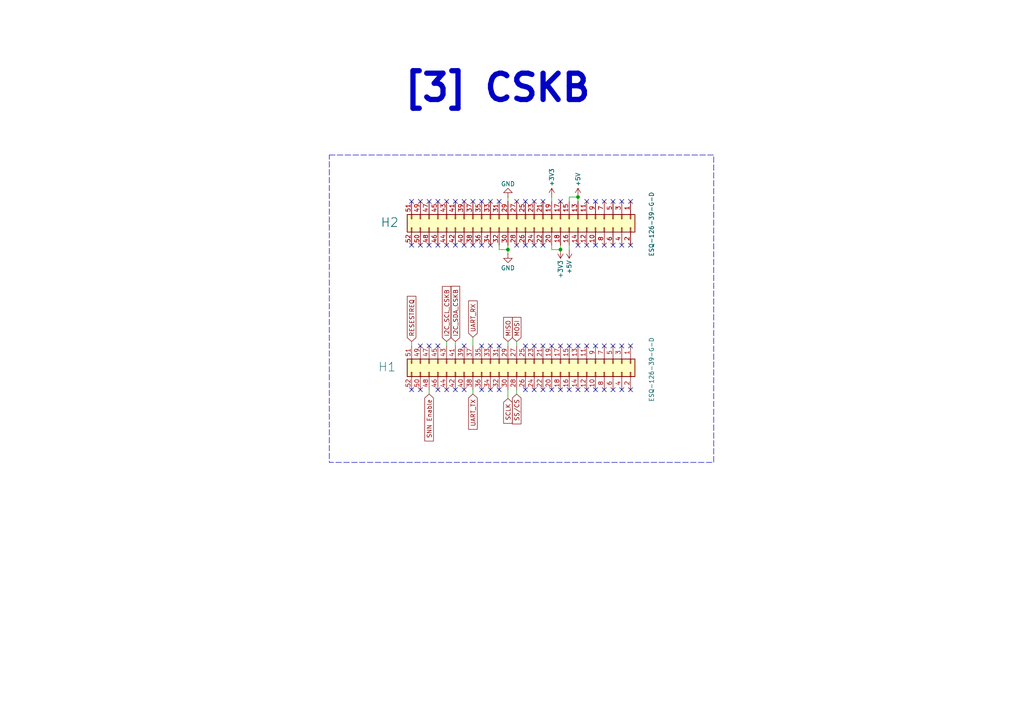
<source format=kicad_sch>
(kicad_sch (version 20250114) (generator "eeschema") (generator_version "9.0")
  (paper "A4")
  (lib_symbols
    (symbol "Connector_Generic:Conn_02x26_Odd_Even" (pin_names (offset 1.016) (hide yes))
      (property "Reference" "J" (at 1.27 33.02 0))
      (property "Value" "Conn_02x26_Odd_Even" (at 1.27 -35.56 0))
      (symbol "Conn_02x26_Odd_Even_1_1"
        (rectangle (start -1.27 31.75) (end 3.81 -34.29) (stroke (width 0.254)) (fill (type background)))
        (rectangle (start -1.27 30.607) (end 0 30.353) (stroke (width 0.1524)))
        (rectangle (start -1.27 28.067) (end 0 27.813) (stroke (width 0.1524)))
        (rectangle (start -1.27 25.527) (end 0 25.273) (stroke (width 0.1524)))
        (rectangle (start -1.27 22.987) (end 0 22.733) (stroke (width 0.1524)))
        (rectangle (start -1.27 20.447) (end 0 20.193) (stroke (width 0.1524)))
        (rectangle (start -1.27 17.907) (end 0 17.653) (stroke (width 0.1524)))
        (rectangle (start -1.27 15.367) (end 0 15.113) (stroke (width 0.1524)))
        (rectangle (start -1.27 12.827) (end 0 12.573) (stroke (width 0.1524)))
        (rectangle (start -1.27 10.287) (end 0 10.033) (stroke (width 0.1524)))
        (rectangle (start -1.27 7.747) (end 0 7.493) (stroke (width 0.1524)))
        (rectangle (start -1.27 5.207) (end 0 4.953) (stroke (width 0.1524)))
        (rectangle (start -1.27 2.667) (end 0 2.413) (stroke (width 0.1524)))
        (rectangle (start -1.27 0.127) (end 0 -0.127) (stroke (width 0.1524)))
        (rectangle (start -1.27 -2.413) (end 0 -2.667) (stroke (width 0.1524)))
        (rectangle (start -1.27 -4.953) (end 0 -5.207) (stroke (width 0.1524)))
        (rectangle (start -1.27 -7.493) (end 0 -7.747) (stroke (width 0.1524)))
        (rectangle (start -1.27 -10.033) (end 0 -10.287) (stroke (width 0.1524)))
        (rectangle (start -1.27 -12.573) (end 0 -12.827) (stroke (width 0.1524)))
        (rectangle (start -1.27 -15.113) (end 0 -15.367) (stroke (width 0.1524)))
        (rectangle (start -1.27 -17.653) (end 0 -17.907) (stroke (width 0.1524)))
        (rectangle (start -1.27 -20.193) (end 0 -20.447) (stroke (width 0.1524)))
        (rectangle (start -1.27 -22.733) (end 0 -22.987) (stroke (width 0.1524)))
        (rectangle (start -1.27 -25.273) (end 0 -25.527) (stroke (width 0.1524)))
        (rectangle (start -1.27 -27.813) (end 0 -28.067) (stroke (width 0.1524)))
        (rectangle (start -1.27 -30.353) (end 0 -30.607) (stroke (width 0.1524)))
        (rectangle (start -1.27 -32.893) (end 0 -33.147) (stroke (width 0.1524)))
        (rectangle (start 3.81 30.607) (end 2.54 30.353) (stroke (width 0.1524)))
        (rectangle (start 3.81 28.067) (end 2.54 27.813) (stroke (width 0.1524)))
        (rectangle (start 3.81 25.527) (end 2.54 25.273) (stroke (width 0.1524)))
        (rectangle (start 3.81 22.987) (end 2.54 22.733) (stroke (width 0.1524)))
        (rectangle (start 3.81 20.447) (end 2.54 20.193) (stroke (width 0.1524)))
        (rectangle (start 3.81 17.907) (end 2.54 17.653) (stroke (width 0.1524)))
        (rectangle (start 3.81 15.367) (end 2.54 15.113) (stroke (width 0.1524)))
        (rectangle (start 3.81 12.827) (end 2.54 12.573) (stroke (width 0.1524)))
        (rectangle (start 3.81 10.287) (end 2.54 10.033) (stroke (width 0.1524)))
        (rectangle (start 3.81 7.747) (end 2.54 7.493) (stroke (width 0.1524)))
        (rectangle (start 3.81 5.207) (end 2.54 4.953) (stroke (width 0.1524)))
        (rectangle (start 3.81 2.667) (end 2.54 2.413) (stroke (width 0.1524)))
        (rectangle (start 3.81 0.127) (end 2.54 -0.127) (stroke (width 0.1524)))
        (rectangle (start 3.81 -2.413) (end 2.54 -2.667) (stroke (width 0.1524)))
        (rectangle (start 3.81 -4.953) (end 2.54 -5.207) (stroke (width 0.1524)))
        (rectangle (start 3.81 -7.493) (end 2.54 -7.747) (stroke (width 0.1524)))
        (rectangle (start 3.81 -10.033) (end 2.54 -10.287) (stroke (width 0.1524)))
        (rectangle (start 3.81 -12.573) (end 2.54 -12.827) (stroke (width 0.1524)))
        (rectangle (start 3.81 -15.113) (end 2.54 -15.367) (stroke (width 0.1524)))
        (rectangle (start 3.81 -17.653) (end 2.54 -17.907) (stroke (width 0.1524)))
        (rectangle (start 3.81 -20.193) (end 2.54 -20.447) (stroke (width 0.1524)))
        (rectangle (start 3.81 -22.733) (end 2.54 -22.987) (stroke (width 0.1524)))
        (rectangle (start 3.81 -25.273) (end 2.54 -25.527) (stroke (width 0.1524)))
        (rectangle (start 3.81 -27.813) (end 2.54 -28.067) (stroke (width 0.1524)))
        (rectangle (start 3.81 -30.353) (end 2.54 -30.607) (stroke (width 0.1524)))
        (rectangle (start 3.81 -32.893) (end 2.54 -33.147) (stroke (width 0.1524)))
        (pin passive line (at -5.08 30.48 0) (length 3.81) (name "Pin_1") (number "1"))
        (pin passive line (at -5.08 27.94 0) (length 3.81) (name "Pin_3") (number "3"))
        (pin passive line (at -5.08 25.4 0) (length 3.81) (name "Pin_5") (number "5"))
        (pin passive line (at -5.08 22.86 0) (length 3.81) (name "Pin_7") (number "7"))
        (pin passive line (at -5.08 20.32 0) (length 3.81) (name "Pin_9") (number "9"))
        (pin passive line (at -5.08 17.78 0) (length 3.81) (name "Pin_11") (number "11"))
        (pin passive line (at -5.08 15.24 0) (length 3.81) (name "Pin_13") (number "13"))
        (pin passive line (at -5.08 12.7 0) (length 3.81) (name "Pin_15") (number "15"))
        (pin passive line (at -5.08 10.16 0) (length 3.81) (name "Pin_17") (number "17"))
        (pin passive line (at -5.08 7.62 0) (length 3.81) (name "Pin_19") (number "19"))
        (pin passive line (at -5.08 5.08 0) (length 3.81) (name "Pin_21") (number "21"))
        (pin passive line (at -5.08 2.54 0) (length 3.81) (name "Pin_23") (number "23"))
        (pin passive line (at -5.08 0 0) (length 3.81) (name "Pin_25") (number "25"))
        (pin passive line (at -5.08 -2.54 0) (length 3.81) (name "Pin_27") (number "27"))
        (pin passive line (at -5.08 -5.08 0) (length 3.81) (name "Pin_29") (number "29"))
        (pin passive line (at -5.08 -7.62 0) (length 3.81) (name "Pin_31") (number "31"))
        (pin passive line (at -5.08 -10.16 0) (length 3.81) (name "Pin_33") (number "33"))
        (pin passive line (at -5.08 -12.7 0) (length 3.81) (name "Pin_35") (number "35"))
        (pin passive line (at -5.08 -15.24 0) (length 3.81) (name "Pin_37") (number "37"))
        (pin passive line (at -5.08 -17.78 0) (length 3.81) (name "Pin_39") (number "39"))
        (pin passive line (at -5.08 -20.32 0) (length 3.81) (name "Pin_41") (number "41"))
        (pin passive line (at -5.08 -22.86 0) (length 3.81) (name "Pin_43") (number "43"))
        (pin passive line (at -5.08 -25.4 0) (length 3.81) (name "Pin_45") (number "45"))
        (pin passive line (at -5.08 -27.94 0) (length 3.81) (name "Pin_47") (number "47"))
        (pin passive line (at -5.08 -30.48 0) (length 3.81) (name "Pin_49") (number "49"))
        (pin passive line (at -5.08 -33.02 0) (length 3.81) (name "Pin_51") (number "51"))
        (pin passive line (at 7.62 30.48 180) (length 3.81) (name "Pin_2") (number "2"))
        (pin passive line (at 7.62 27.94 180) (length 3.81) (name "Pin_4") (number "4"))
        (pin passive line (at 7.62 25.4 180) (length 3.81) (name "Pin_6") (number "6"))
        (pin passive line (at 7.62 22.86 180) (length 3.81) (name "Pin_8") (number "8"))
        (pin passive line (at 7.62 20.32 180) (length 3.81) (name "Pin_10") (number "10"))
        (pin passive line (at 7.62 17.78 180) (length 3.81) (name "Pin_12") (number "12"))
        (pin passive line (at 7.62 15.24 180) (length 3.81) (name "Pin_14") (number "14"))
        (pin passive line (at 7.62 12.7 180) (length 3.81) (name "Pin_16") (number "16"))
        (pin passive line (at 7.62 10.16 180) (length 3.81) (name "Pin_18") (number "18"))
        (pin passive line (at 7.62 7.62 180) (length 3.81) (name "Pin_20") (number "20"))
        (pin passive line (at 7.62 5.08 180) (length 3.81) (name "Pin_22") (number "22"))
        (pin passive line (at 7.62 2.54 180) (length 3.81) (name "Pin_24") (number "24"))
        (pin passive line (at 7.62 0 180) (length 3.81) (name "Pin_26") (number "26"))
        (pin passive line (at 7.62 -2.54 180) (length 3.81) (name "Pin_28") (number "28"))
        (pin passive line (at 7.62 -5.08 180) (length 3.81) (name "Pin_30") (number "30"))
        (pin passive line (at 7.62 -7.62 180) (length 3.81) (name "Pin_32") (number "32"))
        (pin passive line (at 7.62 -10.16 180) (length 3.81) (name "Pin_34") (number "34"))
        (pin passive line (at 7.62 -12.7 180) (length 3.81) (name "Pin_36") (number "36"))
        (pin passive line (at 7.62 -15.24 180) (length 3.81) (name "Pin_38") (number "38"))
        (pin passive line (at 7.62 -17.78 180) (length 3.81) (name "Pin_40") (number "40"))
        (pin passive line (at 7.62 -20.32 180) (length 3.81) (name "Pin_42") (number "42"))
        (pin passive line (at 7.62 -22.86 180) (length 3.81) (name "Pin_44") (number "44"))
        (pin passive line (at 7.62 -25.4 180) (length 3.81) (name "Pin_46") (number "46"))
        (pin passive line (at 7.62 -27.94 180) (length 3.81) (name "Pin_48") (number "48"))
        (pin passive line (at 7.62 -30.48 180) (length 3.81) (name "Pin_50") (number "50"))
        (pin passive line (at 7.62 -33.02 180) (length 3.81) (name "Pin_52") (number "52"))
      )
    )
    (symbol "power:+3V3" (power) (pin_numbers (hide yes)) (pin_names (offset 0) (hide yes))
      (property "Value" "+3V3" (at 0 3.556 0))
      (symbol "+3V3_0_1"
        (polyline (pts (xy -0.762 1.27) (xy 0 2.54)))
        (polyline (pts (xy 0 2.54) (xy 0.762 1.27)))
        (polyline (pts (xy 0 0) (xy 0 2.54)))
      )
      (symbol "+3V3_1_1"
        (pin power_in line (at 0 0 90) (length 0) (name "~") (number "1"))
      )
    )
    (symbol "power:+5V" (power) (pin_numbers (hide yes)) (pin_names (offset 0) (hide yes))
      (property "Value" "+5V" (at 0 3.556 0))
      (symbol "+5V_0_1"
        (polyline (pts (xy -0.762 1.27) (xy 0 2.54)))
        (polyline (pts (xy 0 2.54) (xy 0.762 1.27)))
        (polyline (pts (xy 0 0) (xy 0 2.54)))
      )
      (symbol "+5V_1_1"
        (pin power_in line (at 0 0 90) (length 0) (name "~") (number "1"))
      )
    )
    (symbol "power:GND" (power) (pin_numbers (hide yes)) (pin_names (offset 0) (hide yes))
      (property "Value" "GND" (at 0 -3.81 0))
      (symbol "GND_0_1"
        (polyline (pts (xy 0 0) (xy 0 -1.27) (xy 1.27 -1.27) (xy 0 -2.54) (xy -1.27 -1.27) (xy 0 -1.27)))
      )
      (symbol "GND_1_1"
        (pin power_in line (at 0 0 270) (length 0) (name "~") (number "1"))
      )
    )
  )
  (rectangle (start 95.504 44.958) (end 207.01 134.112) (stroke (width 0) (type dash)))
  (text "[3] CSKB" (at 144.272 25.654 0) (effects (font (size 7.62 7.62) (thickness 1.524) (bold yes))))
  (junction (at 167.64 57.15))
  (junction (at 147.32 72.39))
  (junction (at 162.56 72.39))
  (no_connect (at 142.24 58.42))
  (no_connect (at 121.92 58.42))
  (no_connect (at 144.78 113.03))
  (no_connect (at 177.8 113.03))
  (no_connect (at 177.8 71.12))
  (no_connect (at 132.08 71.12))
  (no_connect (at 144.78 58.42))
  (no_connect (at 154.94 100.33))
  (no_connect (at 152.4 58.42))
  (no_connect (at 132.08 58.42))
  (no_connect (at 154.94 71.12))
  (no_connect (at 119.38 58.42))
  (no_connect (at 182.88 113.03))
  (no_connect (at 170.18 58.42))
  (no_connect (at 154.94 113.03))
  (no_connect (at 132.08 113.03))
  (no_connect (at 124.46 100.33))
  (no_connect (at 175.26 71.12))
  (no_connect (at 121.92 100.33))
  (no_connect (at 172.72 71.12))
  (no_connect (at 127 113.03))
  (no_connect (at 157.48 113.03))
  (no_connect (at 165.1 100.33))
  (no_connect (at 175.26 100.33))
  (no_connect (at 162.56 58.42))
  (no_connect (at 129.54 113.03))
  (no_connect (at 154.94 58.42))
  (no_connect (at 177.8 100.33))
  (no_connect (at 142.24 71.12))
  (no_connect (at 170.18 100.33))
  (no_connect (at 157.48 58.42))
  (no_connect (at 160.02 100.33))
  (no_connect (at 144.78 100.33))
  (no_connect (at 170.18 113.03))
  (no_connect (at 180.34 71.12))
  (no_connect (at 134.62 100.33))
  (no_connect (at 137.16 71.12))
  (no_connect (at 182.88 100.33))
  (no_connect (at 170.18 71.12))
  (no_connect (at 180.34 58.42))
  (no_connect (at 182.88 58.42))
  (no_connect (at 152.4 113.03))
  (no_connect (at 162.56 100.33))
  (no_connect (at 142.24 113.03))
  (no_connect (at 180.34 100.33))
  (no_connect (at 177.8 58.42))
  (no_connect (at 167.64 100.33))
  (no_connect (at 180.34 113.03))
  (no_connect (at 152.4 100.33))
  (no_connect (at 134.62 71.12))
  (no_connect (at 127 71.12))
  (no_connect (at 121.92 113.03))
  (no_connect (at 167.64 113.03))
  (no_connect (at 134.62 58.42))
  (no_connect (at 127 58.42))
  (no_connect (at 152.4 71.12))
  (no_connect (at 157.48 100.33))
  (no_connect (at 172.72 113.03))
  (no_connect (at 139.7 71.12))
  (no_connect (at 175.26 58.42))
  (no_connect (at 149.86 71.12))
  (no_connect (at 139.7 113.03))
  (no_connect (at 124.46 71.12))
  (no_connect (at 121.92 71.12))
  (no_connect (at 160.02 113.03))
  (no_connect (at 124.46 58.42))
  (no_connect (at 119.38 113.03))
  (no_connect (at 175.26 113.03))
  (no_connect (at 129.54 58.42))
  (no_connect (at 149.86 58.42))
  (no_connect (at 172.72 100.33))
  (no_connect (at 172.72 58.42))
  (no_connect (at 129.54 71.12))
  (no_connect (at 165.1 113.03))
  (no_connect (at 167.64 71.12))
  (no_connect (at 182.88 71.12))
  (no_connect (at 119.38 71.12))
  (no_connect (at 142.24 100.33))
  (no_connect (at 134.62 113.03))
  (no_connect (at 162.56 113.03))
  (no_connect (at 157.48 71.12))
  (no_connect (at 139.7 100.33))
  (no_connect (at 137.16 58.42))
  (no_connect (at 127 100.33))
  (no_connect (at 139.7 58.42))
  (wire (pts (xy 165.1 71.12) (xy 165.1 72.39)))
  (wire (pts (xy 119.38 99.06) (xy 119.38 100.33)))
  (wire (pts (xy 162.56 72.39) (xy 162.56 71.12)))
  (wire (pts (xy 144.78 72.39) (xy 144.78 71.12)))
  (wire (pts (xy 160.02 72.39) (xy 160.02 71.12)))
  (wire (pts (xy 147.32 115.57) (xy 147.32 113.03)))
  (wire (pts (xy 132.08 99.06) (xy 132.08 100.33)))
  (wire (pts (xy 149.86 114.3) (xy 149.86 113.03)))
  (wire (pts (xy 167.64 57.15) (xy 165.1 57.15)))
  (wire (pts (xy 147.32 99.06) (xy 147.32 100.33)))
  (wire (pts (xy 165.1 57.15) (xy 165.1 58.42)))
  (wire (pts (xy 167.64 57.15) (xy 167.64 58.42)))
  (wire (pts (xy 137.16 97.79) (xy 137.16 100.33)))
  (wire (pts (xy 162.56 72.39) (xy 160.02 72.39)))
  (wire (pts (xy 124.46 114.3) (xy 124.46 113.03)))
  (wire (pts (xy 137.16 114.3) (xy 137.16 113.03)))
  (wire (pts (xy 129.54 99.06) (xy 129.54 100.33)))
  (wire (pts (xy 147.32 57.15) (xy 147.32 58.42)))
  (wire (pts (xy 160.02 57.15) (xy 160.02 58.42)))
  (wire (pts (xy 147.32 73.66) (xy 147.32 72.39)))
  (wire (pts (xy 149.86 99.06) (xy 149.86 100.33)))
  (wire (pts (xy 147.32 72.39) (xy 147.32 71.12)))
  (wire (pts (xy 147.32 72.39) (xy 144.78 72.39)))
  (global_label "I2C_SCL_CSKB" (shape input) (at 129.54 99.06 90) (property "Intersheetrefs" "${INTERSHEET_REFS}" (effects (hide yes))))
  (global_label "MOSI" (shape input) (at 149.86 99.06 90) (property "Intersheetrefs" "${INTERSHEET_REFS}" (effects (hide yes))))
  (global_label "I2C_SDA_CSKB" (shape input) (at 132.08 99.06 90) (property "Intersheetrefs" "${INTERSHEET_REFS}" (effects (hide yes))))
  (global_label "RESESTREQ" (shape input) (at 119.38 99.06 90) (property "Intersheetrefs" "${INTERSHEET_REFS}" (effects (hide yes))))
  (global_label "UART_RX" (shape input) (at 137.16 97.79 90) (property "Intersheetrefs" "${INTERSHEET_REFS}" (effects (hide yes))))
  (global_label "UART_TX" (shape input) (at 137.16 114.3 270) (property "Intersheetrefs" "${INTERSHEET_REFS}" (effects (hide yes))))
  (global_label "SNN Enable" (shape input) (at 124.46 114.3 270) (property "Intersheetrefs" "${INTERSHEET_REFS}" (effects (hide yes))))
  (global_label "SCLK" (shape input) (at 147.32 115.57 270) (property "Intersheetrefs" "${INTERSHEET_REFS}" (effects (hide yes))))
  (global_label "MISO" (shape input) (at 147.32 99.06 90) (property "Intersheetrefs" "${INTERSHEET_REFS}" (effects (hide yes))))
  (global_label "SS{slash}CS" (shape input) (at 149.86 114.3 270) (property "Intersheetrefs" "${INTERSHEET_REFS}" (effects (hide yes))))
  (symbol (lib_id "power:GND") (at 147.32 73.66 0) (unit 1)
    (property "Reference" "#PWR09" (effects (hide yes)))
    (property "Value" "GND" (at 147.32 77.724 0))
    (property "Description" "Power symbol creates a global label with name \"GND\" , ground" (effects (hide yes)))
  )
  (symbol (lib_id "power:+3V3") (at 160.02 57.15 0) (unit 1)
    (property "Reference" "#PWR04" (effects (hide yes)))
    (property "Value" "+3V3" (at 160.02 54.102 90) (effects (justify left)))
    (property "Description" "Power symbol creates a global label with name \"+3V3\"" (effects (hide yes)))
  )
  (symbol (lib_id "power:+3V3") (at 162.56 72.39 180) (unit 1)
    (property "Reference" "#PWR03" (effects (hide yes)))
    (property "Value" "+3V3" (at 162.56 75.438 90) (effects (justify left)))
    (property "Description" "Power symbol creates a global label with name \"+3V3\"" (effects (hide yes)))
  )
  (symbol (lib_id "power:+5V") (at 165.1 72.39 180) (unit 1)
    (property "Reference" "#PWR02" (effects (hide yes)))
    (property "Value" "+5V" (at 165.1 77.47 90))
    (property "Description" "Power symbol creates a global label with name \"+5V\"" (effects (hide yes)))
  )
  (symbol (lib_id "power:GND") (at 147.32 57.15 180) (unit 1)
    (property "Reference" "#PWR08" (effects (hide yes)))
    (property "Value" "GND" (at 145.288 53.34 0) (effects (justify right)))
    (property "Description" "Power symbol creates a global label with name \"GND\" , ground" (effects (hide yes)))
  )
  (symbol (lib_id "Connector_Generic:Conn_02x26_Odd_Even") (at 152.4 105.41 270) (unit 1)
    (property "Reference" "H1" (at 112.268 106.426 90) (effects (font (size 2.54 2.54))))
    (property "Value" "ESQ-126-39-G-D" (at 188.976 107.188 0))
    (property "Footprint" "adapter:RHDR52W64P254_2X26_6654X495X1135P" (effects (hide yes)))
    (property "Description" "Generic connector, double row, 02x26, odd/even pin numbering scheme (row 1 odd numbers, row 2 even numbers), script generated (kicad-library-utils/schlib/autogen/connector/)" (effects (hide yes)))
    (property "MANUFACTURER" "SAMTEC" (effects (hide yes)))
    (property "MANUFACTURER_PART_NUMBER" "ESQ-126-39-G-D" (effects (hide yes)))
  )
  (symbol (lib_id "power:+5V") (at 167.64 57.15 0) (unit 1)
    (property "Reference" "#PWR01" (effects (hide yes)))
    (property "Value" "+5V" (at 167.64 52.07 90))
    (property "Description" "Power symbol creates a global label with name \"+5V\"" (effects (hide yes)))
  )
  (symbol (lib_id "Connector_Generic:Conn_02x26_Odd_Even") (at 152.4 63.5 270) (unit 1)
    (property "Reference" "H2" (at 113.03 64.516 90) (effects (font (size 2.54 2.54))))
    (property "Value" "ESQ-126-39-G-D" (at 188.976 65.024 0))
    (property "Footprint" "adapter:RHDR52W64P254_2X26_6654X495X1135P" (effects (hide yes)))
    (property "Description" "Generic connector, double row, 02x26, odd/even pin numbering scheme (row 1 odd numbers, row 2 even numbers), script generated (kicad-library-utils/schlib/autogen/connector/)" (effects (hide yes)))
    (property "MANUFACTURER" "SAMTEC" (effects (hide yes)))
    (property "MANUFACTURER_PART_NUMBER" "ESQ-126-39-G-D" (effects (hide yes)))
  )
)
</source>
